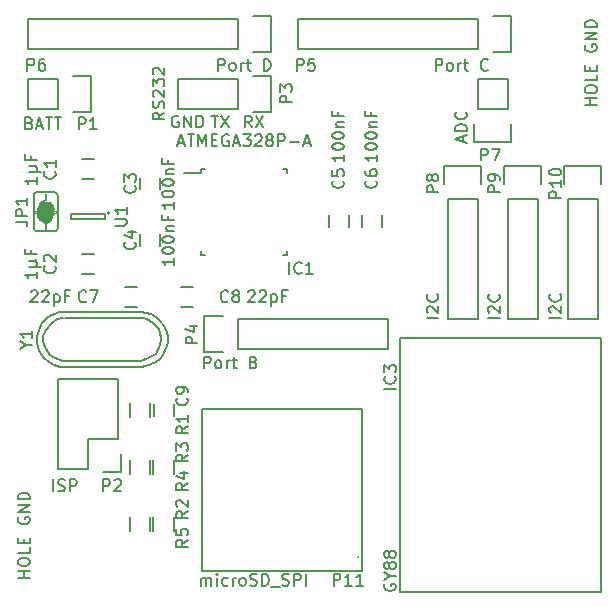
<source format=gto>
G04 #@! TF.FileFunction,Legend,Top*
%FSLAX46Y46*%
G04 Gerber Fmt 4.6, Leading zero omitted, Abs format (unit mm)*
G04 Created by KiCad (PCBNEW 4.0.0-rc1-stable) date Sa 26 Sep 2015 08:23:03 CEST*
%MOMM*%
G01*
G04 APERTURE LIST*
%ADD10C,0.100000*%
%ADD11C,0.150000*%
%ADD12C,0.066040*%
%ADD13C,0.152400*%
%ADD14C,1.270000*%
%ADD15C,0.004445*%
%ADD16C,0.088900*%
G04 APERTURE END LIST*
D10*
D11*
X114038096Y-59500000D02*
X113942858Y-59452381D01*
X113800001Y-59452381D01*
X113657143Y-59500000D01*
X113561905Y-59595238D01*
X113514286Y-59690476D01*
X113466667Y-59880952D01*
X113466667Y-60023810D01*
X113514286Y-60214286D01*
X113561905Y-60309524D01*
X113657143Y-60404762D01*
X113800001Y-60452381D01*
X113895239Y-60452381D01*
X114038096Y-60404762D01*
X114085715Y-60357143D01*
X114085715Y-60023810D01*
X113895239Y-60023810D01*
X114514286Y-60452381D02*
X114514286Y-59452381D01*
X115085715Y-60452381D01*
X115085715Y-59452381D01*
X115561905Y-60452381D02*
X115561905Y-59452381D01*
X115800000Y-59452381D01*
X115942858Y-59500000D01*
X116038096Y-59595238D01*
X116085715Y-59690476D01*
X116133334Y-59880952D01*
X116133334Y-60023810D01*
X116085715Y-60214286D01*
X116038096Y-60309524D01*
X115942858Y-60404762D01*
X115800000Y-60452381D01*
X115561905Y-60452381D01*
X116838095Y-59452381D02*
X117409524Y-59452381D01*
X117123809Y-60452381D02*
X117123809Y-59452381D01*
X117647619Y-59452381D02*
X118314286Y-60452381D01*
X118314286Y-59452381D02*
X117647619Y-60452381D01*
X120233334Y-60452381D02*
X119900000Y-59976190D01*
X119661905Y-60452381D02*
X119661905Y-59452381D01*
X120042858Y-59452381D01*
X120138096Y-59500000D01*
X120185715Y-59547619D01*
X120233334Y-59642857D01*
X120233334Y-59785714D01*
X120185715Y-59880952D01*
X120138096Y-59928571D01*
X120042858Y-59976190D01*
X119661905Y-59976190D01*
X120566667Y-59452381D02*
X121233334Y-60452381D01*
X121233334Y-59452381D02*
X120566667Y-60452381D01*
X132790000Y-99760000D02*
X149790000Y-99760000D01*
X149790000Y-99760000D02*
X149790000Y-78260000D01*
X149790000Y-78260000D02*
X132790000Y-78260000D01*
X132790000Y-78260000D02*
X132790000Y-99760000D01*
X105900000Y-64850000D02*
X106900000Y-64850000D01*
X106900000Y-63150000D02*
X105900000Y-63150000D01*
X105900000Y-72850000D02*
X106900000Y-72850000D01*
X106900000Y-71150000D02*
X105900000Y-71150000D01*
X110750000Y-64700000D02*
X110750000Y-65700000D01*
X112450000Y-65700000D02*
X112450000Y-64700000D01*
X110750000Y-69500000D02*
X110750000Y-70500000D01*
X112450000Y-70500000D02*
X112450000Y-69500000D01*
X126750000Y-67900000D02*
X126750000Y-68900000D01*
X128450000Y-68900000D02*
X128450000Y-67900000D01*
X129550000Y-67900000D02*
X129550000Y-68900000D01*
X131250000Y-68900000D02*
X131250000Y-67900000D01*
X110500000Y-73950000D02*
X109500000Y-73950000D01*
X109500000Y-75650000D02*
X110500000Y-75650000D01*
X114300000Y-75650000D02*
X115300000Y-75650000D01*
X115300000Y-73950000D02*
X114300000Y-73950000D01*
X113650000Y-84900000D02*
X113650000Y-83900000D01*
X111950000Y-83900000D02*
X111950000Y-84900000D01*
X115975000Y-63975000D02*
X115975000Y-64300000D01*
X123225000Y-63975000D02*
X123225000Y-64300000D01*
X123225000Y-71225000D02*
X123225000Y-70900000D01*
X115975000Y-71225000D02*
X115975000Y-70900000D01*
X115975000Y-63975000D02*
X116300000Y-63975000D01*
X115975000Y-71225000D02*
X116300000Y-71225000D01*
X123225000Y-71225000D02*
X122900000Y-71225000D01*
X123225000Y-63975000D02*
X122900000Y-63975000D01*
X115975000Y-64300000D02*
X114550000Y-64300000D01*
D12*
X103714400Y-67676200D02*
X103714400Y-67523800D01*
X103714400Y-67523800D02*
X101885600Y-67523800D01*
X101885600Y-67676200D02*
X101885600Y-67523800D01*
X103714400Y-67676200D02*
X101885600Y-67676200D01*
D13*
X103816000Y-66203000D02*
X103816000Y-68997000D01*
X103562000Y-65949000D02*
X102038000Y-65949000D01*
X103562000Y-69251000D02*
X102038000Y-69251000D01*
X101784000Y-68997000D02*
X101784000Y-66203000D01*
X102800000Y-66584000D02*
X102800000Y-66076000D01*
X102800000Y-68616000D02*
X102800000Y-69124000D01*
X102038000Y-65949000D02*
G75*
G03X101784000Y-66203000I0J-254000D01*
G01*
X101784000Y-68997000D02*
G75*
G03X102038000Y-69251000I254000J0D01*
G01*
X103562000Y-69251000D02*
G75*
G03X103816000Y-68997000I0J254000D01*
G01*
X103816000Y-66203000D02*
G75*
G03X103562000Y-65949000I-254000J0D01*
G01*
D14*
X102673000Y-67854000D02*
G75*
G03X102927000Y-67854000I127000J0D01*
G01*
X102927000Y-67346000D02*
G75*
G03X102673000Y-67346000I-127000J0D01*
G01*
D11*
X103810000Y-58890000D02*
X101270000Y-58890000D01*
X106630000Y-59170000D02*
X105080000Y-59170000D01*
X103810000Y-58890000D02*
X103810000Y-56350000D01*
X105080000Y-56070000D02*
X106630000Y-56070000D01*
X106630000Y-56070000D02*
X106630000Y-59170000D01*
X103810000Y-56350000D02*
X101270000Y-56350000D01*
X101270000Y-56350000D02*
X101270000Y-58890000D01*
X108890000Y-86830000D02*
X108890000Y-81750000D01*
X109170000Y-89650000D02*
X107620000Y-89650000D01*
X106350000Y-89370000D02*
X106350000Y-86830000D01*
X106350000Y-86830000D02*
X108890000Y-86830000D01*
X108890000Y-81750000D02*
X103810000Y-81750000D01*
X103810000Y-81750000D02*
X103810000Y-86830000D01*
X109170000Y-89650000D02*
X109170000Y-88100000D01*
X103810000Y-89370000D02*
X106350000Y-89370000D01*
X103810000Y-86830000D02*
X103810000Y-89370000D01*
X119050000Y-56350000D02*
X113970000Y-56350000D01*
X113970000Y-56350000D02*
X113970000Y-58890000D01*
X113970000Y-58890000D02*
X119050000Y-58890000D01*
X121870000Y-59170000D02*
X120320000Y-59170000D01*
X119050000Y-58890000D02*
X119050000Y-56350000D01*
X120320000Y-56070000D02*
X121870000Y-56070000D01*
X121870000Y-56070000D02*
X121870000Y-59170000D01*
X139370000Y-53810000D02*
X124130000Y-53810000D01*
X124130000Y-53810000D02*
X124130000Y-51270000D01*
X124130000Y-51270000D02*
X139370000Y-51270000D01*
X142190000Y-54090000D02*
X140640000Y-54090000D01*
X139370000Y-53810000D02*
X139370000Y-51270000D01*
X140640000Y-50990000D02*
X142190000Y-50990000D01*
X142190000Y-50990000D02*
X142190000Y-54090000D01*
X119050000Y-53810000D02*
X101270000Y-53810000D01*
X101270000Y-53810000D02*
X101270000Y-51270000D01*
X101270000Y-51270000D02*
X119050000Y-51270000D01*
X121870000Y-54090000D02*
X120320000Y-54090000D01*
X119050000Y-53810000D02*
X119050000Y-51270000D01*
X120320000Y-50990000D02*
X121870000Y-50990000D01*
X121870000Y-50990000D02*
X121870000Y-54090000D01*
X139370000Y-58890000D02*
X139370000Y-56350000D01*
X139090000Y-61710000D02*
X139090000Y-60160000D01*
X139370000Y-58890000D02*
X141910000Y-58890000D01*
X142190000Y-60160000D02*
X142190000Y-61710000D01*
X142190000Y-61710000D02*
X139090000Y-61710000D01*
X141910000Y-58890000D02*
X141910000Y-56350000D01*
X141910000Y-56350000D02*
X139370000Y-56350000D01*
X136550000Y-65240000D02*
X136550000Y-63690000D01*
X136550000Y-63690000D02*
X139650000Y-63690000D01*
X139650000Y-63690000D02*
X139650000Y-65240000D01*
X139370000Y-66510000D02*
X139370000Y-76670000D01*
X139370000Y-76670000D02*
X136830000Y-76670000D01*
X136830000Y-76670000D02*
X136830000Y-66510000D01*
X139370000Y-66510000D02*
X136830000Y-66510000D01*
X141630000Y-65240000D02*
X141630000Y-63690000D01*
X141630000Y-63690000D02*
X144730000Y-63690000D01*
X144730000Y-63690000D02*
X144730000Y-65240000D01*
X144450000Y-66510000D02*
X144450000Y-76670000D01*
X144450000Y-76670000D02*
X141910000Y-76670000D01*
X141910000Y-76670000D02*
X141910000Y-66510000D01*
X144450000Y-66510000D02*
X141910000Y-66510000D01*
X146710000Y-65240000D02*
X146710000Y-63690000D01*
X146710000Y-63690000D02*
X149810000Y-63690000D01*
X149810000Y-63690000D02*
X149810000Y-65240000D01*
X149530000Y-66510000D02*
X149530000Y-76670000D01*
X149530000Y-76670000D02*
X146990000Y-76670000D01*
X146990000Y-76670000D02*
X146990000Y-66510000D01*
X149530000Y-66510000D02*
X146990000Y-66510000D01*
X116000000Y-98000000D02*
X129600000Y-98000000D01*
X116000000Y-98000000D02*
X116000000Y-84300000D01*
X116000000Y-84300000D02*
X129600000Y-84300000D01*
X129600000Y-84300000D02*
X129600000Y-98000000D01*
X111675000Y-83800000D02*
X111675000Y-85000000D01*
X109925000Y-85000000D02*
X109925000Y-83800000D01*
X111925000Y-94600000D02*
X111925000Y-93400000D01*
X113675000Y-93400000D02*
X113675000Y-94600000D01*
X111925000Y-89800000D02*
X111925000Y-88600000D01*
X113675000Y-88600000D02*
X113675000Y-89800000D01*
X109925000Y-89800000D02*
X109925000Y-88600000D01*
X111675000Y-88600000D02*
X111675000Y-89800000D01*
X109925000Y-94600000D02*
X109925000Y-93400000D01*
X111675000Y-93400000D02*
X111675000Y-94600000D01*
X108200000Y-67700000D02*
G75*
G03X108200000Y-67700000I-100000J0D01*
G01*
X107850000Y-68250000D02*
X107850000Y-67750000D01*
X104950000Y-68250000D02*
X107850000Y-68250000D01*
X104950000Y-67750000D02*
X104950000Y-68250000D01*
X107850000Y-67750000D02*
X104950000Y-67750000D01*
X112299000Y-77399240D02*
X112499660Y-77800560D01*
X112499660Y-77800560D02*
X112601260Y-78400000D01*
X112601260Y-78400000D02*
X112499660Y-78900380D01*
X112499660Y-78900380D02*
X112100880Y-79598880D01*
X112100880Y-79598880D02*
X111498900Y-80000200D01*
X111498900Y-80000200D02*
X110899460Y-80200860D01*
X110899460Y-80200860D02*
X104300540Y-80200860D01*
X104300540Y-80200860D02*
X103599500Y-80000200D01*
X103599500Y-80000200D02*
X103200720Y-79700480D01*
X103200720Y-79700480D02*
X102799400Y-79200100D01*
X102799400Y-79200100D02*
X102598740Y-78600660D01*
X102598740Y-78600660D02*
X102598740Y-78100280D01*
X102598740Y-78100280D02*
X102799400Y-77599900D01*
X102799400Y-77599900D02*
X103299780Y-77000460D01*
X103299780Y-77000460D02*
X103800160Y-76700740D01*
X103800160Y-76700740D02*
X104300540Y-76599140D01*
X104399600Y-76599140D02*
X111001060Y-76599140D01*
X111001060Y-76599140D02*
X111399840Y-76700740D01*
X111399840Y-76700740D02*
X111900220Y-77000460D01*
X111900220Y-77000460D02*
X112400600Y-77500840D01*
X104409760Y-76070820D02*
X103950020Y-76119080D01*
X103950020Y-76119080D02*
X103551240Y-76230840D01*
X103551240Y-76230840D02*
X103119440Y-76449280D01*
X103119440Y-76449280D02*
X102829880Y-76680420D01*
X102829880Y-76680420D02*
X102499680Y-77030940D01*
X102499680Y-77030940D02*
X102210120Y-77569420D01*
X102210120Y-77569420D02*
X102080580Y-78168860D01*
X102080580Y-78168860D02*
X102080580Y-78679400D01*
X102080580Y-78679400D02*
X102250760Y-79380440D01*
X102250760Y-79380440D02*
X102649540Y-79969720D01*
X102649540Y-79969720D02*
X103109280Y-80340560D01*
X103109280Y-80340560D02*
X103530920Y-80548840D01*
X103530920Y-80548840D02*
X103980500Y-80708860D01*
X103980500Y-80708860D02*
X104419920Y-80739340D01*
X111760520Y-80520900D02*
X112138980Y-80299920D01*
X112138980Y-80299920D02*
X112459020Y-80020520D01*
X112459020Y-80020520D02*
X112710480Y-79690320D01*
X112710480Y-79690320D02*
X113010200Y-79139140D01*
X113010200Y-79139140D02*
X113119420Y-78669240D01*
X113119420Y-78669240D02*
X113139740Y-78209500D01*
X113139740Y-78209500D02*
X113050840Y-77749760D01*
X113050840Y-77749760D02*
X112860340Y-77300180D01*
X112860340Y-77300180D02*
X112499660Y-76830280D01*
X112499660Y-76830280D02*
X112149140Y-76510240D01*
X112149140Y-76510240D02*
X111760520Y-76279100D01*
X111760520Y-76279100D02*
X111331260Y-76139400D01*
X111331260Y-76139400D02*
X110889300Y-76070820D01*
X104399600Y-80729180D02*
X110851200Y-80729180D01*
X110851200Y-80729180D02*
X111270300Y-80691080D01*
X111270300Y-80691080D02*
X111760520Y-80520900D01*
X104399600Y-76070820D02*
X110851200Y-76070820D01*
X119050000Y-76670000D02*
X131750000Y-76670000D01*
X131750000Y-76670000D02*
X131750000Y-79210000D01*
X131750000Y-79210000D02*
X119050000Y-79210000D01*
X116230000Y-76390000D02*
X117780000Y-76390000D01*
X119050000Y-76670000D02*
X119050000Y-79210000D01*
X117780000Y-79490000D02*
X116230000Y-79490000D01*
X116230000Y-79490000D02*
X116230000Y-76390000D01*
X132452381Y-82576190D02*
X131452381Y-82576190D01*
X132357143Y-81528571D02*
X132404762Y-81576190D01*
X132452381Y-81719047D01*
X132452381Y-81814285D01*
X132404762Y-81957143D01*
X132309524Y-82052381D01*
X132214286Y-82100000D01*
X132023810Y-82147619D01*
X131880952Y-82147619D01*
X131690476Y-82100000D01*
X131595238Y-82052381D01*
X131500000Y-81957143D01*
X131452381Y-81814285D01*
X131452381Y-81719047D01*
X131500000Y-81576190D01*
X131547619Y-81528571D01*
X131452381Y-81195238D02*
X131452381Y-80576190D01*
X131833333Y-80909524D01*
X131833333Y-80766666D01*
X131880952Y-80671428D01*
X131928571Y-80623809D01*
X132023810Y-80576190D01*
X132261905Y-80576190D01*
X132357143Y-80623809D01*
X132404762Y-80671428D01*
X132452381Y-80766666D01*
X132452381Y-81052381D01*
X132404762Y-81147619D01*
X132357143Y-81195238D01*
X131500000Y-99119047D02*
X131452381Y-99214285D01*
X131452381Y-99357142D01*
X131500000Y-99500000D01*
X131595238Y-99595238D01*
X131690476Y-99642857D01*
X131880952Y-99690476D01*
X132023810Y-99690476D01*
X132214286Y-99642857D01*
X132309524Y-99595238D01*
X132404762Y-99500000D01*
X132452381Y-99357142D01*
X132452381Y-99261904D01*
X132404762Y-99119047D01*
X132357143Y-99071428D01*
X132023810Y-99071428D01*
X132023810Y-99261904D01*
X131976190Y-98452381D02*
X132452381Y-98452381D01*
X131452381Y-98785714D02*
X131976190Y-98452381D01*
X131452381Y-98119047D01*
X131880952Y-97642857D02*
X131833333Y-97738095D01*
X131785714Y-97785714D01*
X131690476Y-97833333D01*
X131642857Y-97833333D01*
X131547619Y-97785714D01*
X131500000Y-97738095D01*
X131452381Y-97642857D01*
X131452381Y-97452380D01*
X131500000Y-97357142D01*
X131547619Y-97309523D01*
X131642857Y-97261904D01*
X131690476Y-97261904D01*
X131785714Y-97309523D01*
X131833333Y-97357142D01*
X131880952Y-97452380D01*
X131880952Y-97642857D01*
X131928571Y-97738095D01*
X131976190Y-97785714D01*
X132071429Y-97833333D01*
X132261905Y-97833333D01*
X132357143Y-97785714D01*
X132404762Y-97738095D01*
X132452381Y-97642857D01*
X132452381Y-97452380D01*
X132404762Y-97357142D01*
X132357143Y-97309523D01*
X132261905Y-97261904D01*
X132071429Y-97261904D01*
X131976190Y-97309523D01*
X131928571Y-97357142D01*
X131880952Y-97452380D01*
X131880952Y-96690476D02*
X131833333Y-96785714D01*
X131785714Y-96833333D01*
X131690476Y-96880952D01*
X131642857Y-96880952D01*
X131547619Y-96833333D01*
X131500000Y-96785714D01*
X131452381Y-96690476D01*
X131452381Y-96499999D01*
X131500000Y-96404761D01*
X131547619Y-96357142D01*
X131642857Y-96309523D01*
X131690476Y-96309523D01*
X131785714Y-96357142D01*
X131833333Y-96404761D01*
X131880952Y-96499999D01*
X131880952Y-96690476D01*
X131928571Y-96785714D01*
X131976190Y-96833333D01*
X132071429Y-96880952D01*
X132261905Y-96880952D01*
X132357143Y-96833333D01*
X132404762Y-96785714D01*
X132452381Y-96690476D01*
X132452381Y-96499999D01*
X132404762Y-96404761D01*
X132357143Y-96357142D01*
X132261905Y-96309523D01*
X132071429Y-96309523D01*
X131976190Y-96357142D01*
X131928571Y-96404761D01*
X131880952Y-96499999D01*
X103557143Y-64166666D02*
X103604762Y-64214285D01*
X103652381Y-64357142D01*
X103652381Y-64452380D01*
X103604762Y-64595238D01*
X103509524Y-64690476D01*
X103414286Y-64738095D01*
X103223810Y-64785714D01*
X103080952Y-64785714D01*
X102890476Y-64738095D01*
X102795238Y-64690476D01*
X102700000Y-64595238D01*
X102652381Y-64452380D01*
X102652381Y-64357142D01*
X102700000Y-64214285D01*
X102747619Y-64166666D01*
X103652381Y-63214285D02*
X103652381Y-63785714D01*
X103652381Y-63500000D02*
X102652381Y-63500000D01*
X102795238Y-63595238D01*
X102890476Y-63690476D01*
X102938095Y-63785714D01*
X102052381Y-64666666D02*
X102052381Y-65238095D01*
X102052381Y-64952381D02*
X101052381Y-64952381D01*
X101195238Y-65047619D01*
X101290476Y-65142857D01*
X101338095Y-65238095D01*
X101385714Y-64238095D02*
X102385714Y-64238095D01*
X101909524Y-63761904D02*
X102004762Y-63714285D01*
X102052381Y-63619047D01*
X101909524Y-64238095D02*
X102004762Y-64190476D01*
X102052381Y-64095238D01*
X102052381Y-63904761D01*
X102004762Y-63809523D01*
X101909524Y-63761904D01*
X101385714Y-63761904D01*
X101528571Y-62857142D02*
X101528571Y-63190476D01*
X102052381Y-63190476D02*
X101052381Y-63190476D01*
X101052381Y-62714285D01*
X103557143Y-72166666D02*
X103604762Y-72214285D01*
X103652381Y-72357142D01*
X103652381Y-72452380D01*
X103604762Y-72595238D01*
X103509524Y-72690476D01*
X103414286Y-72738095D01*
X103223810Y-72785714D01*
X103080952Y-72785714D01*
X102890476Y-72738095D01*
X102795238Y-72690476D01*
X102700000Y-72595238D01*
X102652381Y-72452380D01*
X102652381Y-72357142D01*
X102700000Y-72214285D01*
X102747619Y-72166666D01*
X102747619Y-71785714D02*
X102700000Y-71738095D01*
X102652381Y-71642857D01*
X102652381Y-71404761D01*
X102700000Y-71309523D01*
X102747619Y-71261904D01*
X102842857Y-71214285D01*
X102938095Y-71214285D01*
X103080952Y-71261904D01*
X103652381Y-71833333D01*
X103652381Y-71214285D01*
X102052381Y-72666666D02*
X102052381Y-73238095D01*
X102052381Y-72952381D02*
X101052381Y-72952381D01*
X101195238Y-73047619D01*
X101290476Y-73142857D01*
X101338095Y-73238095D01*
X101385714Y-72238095D02*
X102385714Y-72238095D01*
X101909524Y-71761904D02*
X102004762Y-71714285D01*
X102052381Y-71619047D01*
X101909524Y-72238095D02*
X102004762Y-72190476D01*
X102052381Y-72095238D01*
X102052381Y-71904761D01*
X102004762Y-71809523D01*
X101909524Y-71761904D01*
X101385714Y-71761904D01*
X101528571Y-70857142D02*
X101528571Y-71190476D01*
X102052381Y-71190476D02*
X101052381Y-71190476D01*
X101052381Y-70714285D01*
X110357143Y-65366666D02*
X110404762Y-65414285D01*
X110452381Y-65557142D01*
X110452381Y-65652380D01*
X110404762Y-65795238D01*
X110309524Y-65890476D01*
X110214286Y-65938095D01*
X110023810Y-65985714D01*
X109880952Y-65985714D01*
X109690476Y-65938095D01*
X109595238Y-65890476D01*
X109500000Y-65795238D01*
X109452381Y-65652380D01*
X109452381Y-65557142D01*
X109500000Y-65414285D01*
X109547619Y-65366666D01*
X109452381Y-65033333D02*
X109452381Y-64414285D01*
X109833333Y-64747619D01*
X109833333Y-64604761D01*
X109880952Y-64509523D01*
X109928571Y-64461904D01*
X110023810Y-64414285D01*
X110261905Y-64414285D01*
X110357143Y-64461904D01*
X110404762Y-64509523D01*
X110452381Y-64604761D01*
X110452381Y-64890476D01*
X110404762Y-64985714D01*
X110357143Y-65033333D01*
X113652381Y-66747619D02*
X113652381Y-67319048D01*
X113652381Y-67033334D02*
X112652381Y-67033334D01*
X112795238Y-67128572D01*
X112890476Y-67223810D01*
X112938095Y-67319048D01*
X112652381Y-66128572D02*
X112652381Y-66033333D01*
X112700000Y-65938095D01*
X112747619Y-65890476D01*
X112842857Y-65842857D01*
X113033333Y-65795238D01*
X113271429Y-65795238D01*
X113461905Y-65842857D01*
X113557143Y-65890476D01*
X113604762Y-65938095D01*
X113652381Y-66033333D01*
X113652381Y-66128572D01*
X113604762Y-66223810D01*
X113557143Y-66271429D01*
X113461905Y-66319048D01*
X113271429Y-66366667D01*
X113033333Y-66366667D01*
X112842857Y-66319048D01*
X112747619Y-66271429D01*
X112700000Y-66223810D01*
X112652381Y-66128572D01*
X112652381Y-65176191D02*
X112652381Y-65080952D01*
X112700000Y-64985714D01*
X112747619Y-64938095D01*
X112842857Y-64890476D01*
X113033333Y-64842857D01*
X113271429Y-64842857D01*
X113461905Y-64890476D01*
X113557143Y-64938095D01*
X113604762Y-64985714D01*
X113652381Y-65080952D01*
X113652381Y-65176191D01*
X113604762Y-65271429D01*
X113557143Y-65319048D01*
X113461905Y-65366667D01*
X113271429Y-65414286D01*
X113033333Y-65414286D01*
X112842857Y-65366667D01*
X112747619Y-65319048D01*
X112700000Y-65271429D01*
X112652381Y-65176191D01*
X112985714Y-64414286D02*
X113652381Y-64414286D01*
X113080952Y-64414286D02*
X113033333Y-64366667D01*
X112985714Y-64271429D01*
X112985714Y-64128571D01*
X113033333Y-64033333D01*
X113128571Y-63985714D01*
X113652381Y-63985714D01*
X113128571Y-63176190D02*
X113128571Y-63509524D01*
X113652381Y-63509524D02*
X112652381Y-63509524D01*
X112652381Y-63033333D01*
X110357143Y-70166666D02*
X110404762Y-70214285D01*
X110452381Y-70357142D01*
X110452381Y-70452380D01*
X110404762Y-70595238D01*
X110309524Y-70690476D01*
X110214286Y-70738095D01*
X110023810Y-70785714D01*
X109880952Y-70785714D01*
X109690476Y-70738095D01*
X109595238Y-70690476D01*
X109500000Y-70595238D01*
X109452381Y-70452380D01*
X109452381Y-70357142D01*
X109500000Y-70214285D01*
X109547619Y-70166666D01*
X109785714Y-69309523D02*
X110452381Y-69309523D01*
X109404762Y-69547619D02*
X110119048Y-69785714D01*
X110119048Y-69166666D01*
X113652381Y-71547619D02*
X113652381Y-72119048D01*
X113652381Y-71833334D02*
X112652381Y-71833334D01*
X112795238Y-71928572D01*
X112890476Y-72023810D01*
X112938095Y-72119048D01*
X112652381Y-70928572D02*
X112652381Y-70833333D01*
X112700000Y-70738095D01*
X112747619Y-70690476D01*
X112842857Y-70642857D01*
X113033333Y-70595238D01*
X113271429Y-70595238D01*
X113461905Y-70642857D01*
X113557143Y-70690476D01*
X113604762Y-70738095D01*
X113652381Y-70833333D01*
X113652381Y-70928572D01*
X113604762Y-71023810D01*
X113557143Y-71071429D01*
X113461905Y-71119048D01*
X113271429Y-71166667D01*
X113033333Y-71166667D01*
X112842857Y-71119048D01*
X112747619Y-71071429D01*
X112700000Y-71023810D01*
X112652381Y-70928572D01*
X112652381Y-69976191D02*
X112652381Y-69880952D01*
X112700000Y-69785714D01*
X112747619Y-69738095D01*
X112842857Y-69690476D01*
X113033333Y-69642857D01*
X113271429Y-69642857D01*
X113461905Y-69690476D01*
X113557143Y-69738095D01*
X113604762Y-69785714D01*
X113652381Y-69880952D01*
X113652381Y-69976191D01*
X113604762Y-70071429D01*
X113557143Y-70119048D01*
X113461905Y-70166667D01*
X113271429Y-70214286D01*
X113033333Y-70214286D01*
X112842857Y-70166667D01*
X112747619Y-70119048D01*
X112700000Y-70071429D01*
X112652381Y-69976191D01*
X112985714Y-69214286D02*
X113652381Y-69214286D01*
X113080952Y-69214286D02*
X113033333Y-69166667D01*
X112985714Y-69071429D01*
X112985714Y-68928571D01*
X113033333Y-68833333D01*
X113128571Y-68785714D01*
X113652381Y-68785714D01*
X113128571Y-67976190D02*
X113128571Y-68309524D01*
X113652381Y-68309524D02*
X112652381Y-68309524D01*
X112652381Y-67833333D01*
X127957143Y-64966666D02*
X128004762Y-65014285D01*
X128052381Y-65157142D01*
X128052381Y-65252380D01*
X128004762Y-65395238D01*
X127909524Y-65490476D01*
X127814286Y-65538095D01*
X127623810Y-65585714D01*
X127480952Y-65585714D01*
X127290476Y-65538095D01*
X127195238Y-65490476D01*
X127100000Y-65395238D01*
X127052381Y-65252380D01*
X127052381Y-65157142D01*
X127100000Y-65014285D01*
X127147619Y-64966666D01*
X127052381Y-64061904D02*
X127052381Y-64538095D01*
X127528571Y-64585714D01*
X127480952Y-64538095D01*
X127433333Y-64442857D01*
X127433333Y-64204761D01*
X127480952Y-64109523D01*
X127528571Y-64061904D01*
X127623810Y-64014285D01*
X127861905Y-64014285D01*
X127957143Y-64061904D01*
X128004762Y-64109523D01*
X128052381Y-64204761D01*
X128052381Y-64442857D01*
X128004762Y-64538095D01*
X127957143Y-64585714D01*
X128052381Y-62747619D02*
X128052381Y-63319048D01*
X128052381Y-63033334D02*
X127052381Y-63033334D01*
X127195238Y-63128572D01*
X127290476Y-63223810D01*
X127338095Y-63319048D01*
X127052381Y-62128572D02*
X127052381Y-62033333D01*
X127100000Y-61938095D01*
X127147619Y-61890476D01*
X127242857Y-61842857D01*
X127433333Y-61795238D01*
X127671429Y-61795238D01*
X127861905Y-61842857D01*
X127957143Y-61890476D01*
X128004762Y-61938095D01*
X128052381Y-62033333D01*
X128052381Y-62128572D01*
X128004762Y-62223810D01*
X127957143Y-62271429D01*
X127861905Y-62319048D01*
X127671429Y-62366667D01*
X127433333Y-62366667D01*
X127242857Y-62319048D01*
X127147619Y-62271429D01*
X127100000Y-62223810D01*
X127052381Y-62128572D01*
X127052381Y-61176191D02*
X127052381Y-61080952D01*
X127100000Y-60985714D01*
X127147619Y-60938095D01*
X127242857Y-60890476D01*
X127433333Y-60842857D01*
X127671429Y-60842857D01*
X127861905Y-60890476D01*
X127957143Y-60938095D01*
X128004762Y-60985714D01*
X128052381Y-61080952D01*
X128052381Y-61176191D01*
X128004762Y-61271429D01*
X127957143Y-61319048D01*
X127861905Y-61366667D01*
X127671429Y-61414286D01*
X127433333Y-61414286D01*
X127242857Y-61366667D01*
X127147619Y-61319048D01*
X127100000Y-61271429D01*
X127052381Y-61176191D01*
X127385714Y-60414286D02*
X128052381Y-60414286D01*
X127480952Y-60414286D02*
X127433333Y-60366667D01*
X127385714Y-60271429D01*
X127385714Y-60128571D01*
X127433333Y-60033333D01*
X127528571Y-59985714D01*
X128052381Y-59985714D01*
X127528571Y-59176190D02*
X127528571Y-59509524D01*
X128052381Y-59509524D02*
X127052381Y-59509524D01*
X127052381Y-59033333D01*
X130757143Y-64966666D02*
X130804762Y-65014285D01*
X130852381Y-65157142D01*
X130852381Y-65252380D01*
X130804762Y-65395238D01*
X130709524Y-65490476D01*
X130614286Y-65538095D01*
X130423810Y-65585714D01*
X130280952Y-65585714D01*
X130090476Y-65538095D01*
X129995238Y-65490476D01*
X129900000Y-65395238D01*
X129852381Y-65252380D01*
X129852381Y-65157142D01*
X129900000Y-65014285D01*
X129947619Y-64966666D01*
X129852381Y-64109523D02*
X129852381Y-64300000D01*
X129900000Y-64395238D01*
X129947619Y-64442857D01*
X130090476Y-64538095D01*
X130280952Y-64585714D01*
X130661905Y-64585714D01*
X130757143Y-64538095D01*
X130804762Y-64490476D01*
X130852381Y-64395238D01*
X130852381Y-64204761D01*
X130804762Y-64109523D01*
X130757143Y-64061904D01*
X130661905Y-64014285D01*
X130423810Y-64014285D01*
X130328571Y-64061904D01*
X130280952Y-64109523D01*
X130233333Y-64204761D01*
X130233333Y-64395238D01*
X130280952Y-64490476D01*
X130328571Y-64538095D01*
X130423810Y-64585714D01*
X130852381Y-62747619D02*
X130852381Y-63319048D01*
X130852381Y-63033334D02*
X129852381Y-63033334D01*
X129995238Y-63128572D01*
X130090476Y-63223810D01*
X130138095Y-63319048D01*
X129852381Y-62128572D02*
X129852381Y-62033333D01*
X129900000Y-61938095D01*
X129947619Y-61890476D01*
X130042857Y-61842857D01*
X130233333Y-61795238D01*
X130471429Y-61795238D01*
X130661905Y-61842857D01*
X130757143Y-61890476D01*
X130804762Y-61938095D01*
X130852381Y-62033333D01*
X130852381Y-62128572D01*
X130804762Y-62223810D01*
X130757143Y-62271429D01*
X130661905Y-62319048D01*
X130471429Y-62366667D01*
X130233333Y-62366667D01*
X130042857Y-62319048D01*
X129947619Y-62271429D01*
X129900000Y-62223810D01*
X129852381Y-62128572D01*
X129852381Y-61176191D02*
X129852381Y-61080952D01*
X129900000Y-60985714D01*
X129947619Y-60938095D01*
X130042857Y-60890476D01*
X130233333Y-60842857D01*
X130471429Y-60842857D01*
X130661905Y-60890476D01*
X130757143Y-60938095D01*
X130804762Y-60985714D01*
X130852381Y-61080952D01*
X130852381Y-61176191D01*
X130804762Y-61271429D01*
X130757143Y-61319048D01*
X130661905Y-61366667D01*
X130471429Y-61414286D01*
X130233333Y-61414286D01*
X130042857Y-61366667D01*
X129947619Y-61319048D01*
X129900000Y-61271429D01*
X129852381Y-61176191D01*
X130185714Y-60414286D02*
X130852381Y-60414286D01*
X130280952Y-60414286D02*
X130233333Y-60366667D01*
X130185714Y-60271429D01*
X130185714Y-60128571D01*
X130233333Y-60033333D01*
X130328571Y-59985714D01*
X130852381Y-59985714D01*
X130328571Y-59176190D02*
X130328571Y-59509524D01*
X130852381Y-59509524D02*
X129852381Y-59509524D01*
X129852381Y-59033333D01*
X106233334Y-75157143D02*
X106185715Y-75204762D01*
X106042858Y-75252381D01*
X105947620Y-75252381D01*
X105804762Y-75204762D01*
X105709524Y-75109524D01*
X105661905Y-75014286D01*
X105614286Y-74823810D01*
X105614286Y-74680952D01*
X105661905Y-74490476D01*
X105709524Y-74395238D01*
X105804762Y-74300000D01*
X105947620Y-74252381D01*
X106042858Y-74252381D01*
X106185715Y-74300000D01*
X106233334Y-74347619D01*
X106566667Y-74252381D02*
X107233334Y-74252381D01*
X106804762Y-75252381D01*
X101557143Y-74347619D02*
X101604762Y-74300000D01*
X101700000Y-74252381D01*
X101938096Y-74252381D01*
X102033334Y-74300000D01*
X102080953Y-74347619D01*
X102128572Y-74442857D01*
X102128572Y-74538095D01*
X102080953Y-74680952D01*
X101509524Y-75252381D01*
X102128572Y-75252381D01*
X102509524Y-74347619D02*
X102557143Y-74300000D01*
X102652381Y-74252381D01*
X102890477Y-74252381D01*
X102985715Y-74300000D01*
X103033334Y-74347619D01*
X103080953Y-74442857D01*
X103080953Y-74538095D01*
X103033334Y-74680952D01*
X102461905Y-75252381D01*
X103080953Y-75252381D01*
X103509524Y-74585714D02*
X103509524Y-75585714D01*
X103509524Y-74633333D02*
X103604762Y-74585714D01*
X103795239Y-74585714D01*
X103890477Y-74633333D01*
X103938096Y-74680952D01*
X103985715Y-74776190D01*
X103985715Y-75061905D01*
X103938096Y-75157143D01*
X103890477Y-75204762D01*
X103795239Y-75252381D01*
X103604762Y-75252381D01*
X103509524Y-75204762D01*
X104747620Y-74728571D02*
X104414286Y-74728571D01*
X104414286Y-75252381D02*
X104414286Y-74252381D01*
X104890477Y-74252381D01*
X118233334Y-75157143D02*
X118185715Y-75204762D01*
X118042858Y-75252381D01*
X117947620Y-75252381D01*
X117804762Y-75204762D01*
X117709524Y-75109524D01*
X117661905Y-75014286D01*
X117614286Y-74823810D01*
X117614286Y-74680952D01*
X117661905Y-74490476D01*
X117709524Y-74395238D01*
X117804762Y-74300000D01*
X117947620Y-74252381D01*
X118042858Y-74252381D01*
X118185715Y-74300000D01*
X118233334Y-74347619D01*
X118804762Y-74680952D02*
X118709524Y-74633333D01*
X118661905Y-74585714D01*
X118614286Y-74490476D01*
X118614286Y-74442857D01*
X118661905Y-74347619D01*
X118709524Y-74300000D01*
X118804762Y-74252381D01*
X118995239Y-74252381D01*
X119090477Y-74300000D01*
X119138096Y-74347619D01*
X119185715Y-74442857D01*
X119185715Y-74490476D01*
X119138096Y-74585714D01*
X119090477Y-74633333D01*
X118995239Y-74680952D01*
X118804762Y-74680952D01*
X118709524Y-74728571D01*
X118661905Y-74776190D01*
X118614286Y-74871429D01*
X118614286Y-75061905D01*
X118661905Y-75157143D01*
X118709524Y-75204762D01*
X118804762Y-75252381D01*
X118995239Y-75252381D01*
X119090477Y-75204762D01*
X119138096Y-75157143D01*
X119185715Y-75061905D01*
X119185715Y-74871429D01*
X119138096Y-74776190D01*
X119090477Y-74728571D01*
X118995239Y-74680952D01*
X119957143Y-74347619D02*
X120004762Y-74300000D01*
X120100000Y-74252381D01*
X120338096Y-74252381D01*
X120433334Y-74300000D01*
X120480953Y-74347619D01*
X120528572Y-74442857D01*
X120528572Y-74538095D01*
X120480953Y-74680952D01*
X119909524Y-75252381D01*
X120528572Y-75252381D01*
X120909524Y-74347619D02*
X120957143Y-74300000D01*
X121052381Y-74252381D01*
X121290477Y-74252381D01*
X121385715Y-74300000D01*
X121433334Y-74347619D01*
X121480953Y-74442857D01*
X121480953Y-74538095D01*
X121433334Y-74680952D01*
X120861905Y-75252381D01*
X121480953Y-75252381D01*
X121909524Y-74585714D02*
X121909524Y-75585714D01*
X121909524Y-74633333D02*
X122004762Y-74585714D01*
X122195239Y-74585714D01*
X122290477Y-74633333D01*
X122338096Y-74680952D01*
X122385715Y-74776190D01*
X122385715Y-75061905D01*
X122338096Y-75157143D01*
X122290477Y-75204762D01*
X122195239Y-75252381D01*
X122004762Y-75252381D01*
X121909524Y-75204762D01*
X123147620Y-74728571D02*
X122814286Y-74728571D01*
X122814286Y-75252381D02*
X122814286Y-74252381D01*
X123290477Y-74252381D01*
X114757143Y-83366666D02*
X114804762Y-83414285D01*
X114852381Y-83557142D01*
X114852381Y-83652380D01*
X114804762Y-83795238D01*
X114709524Y-83890476D01*
X114614286Y-83938095D01*
X114423810Y-83985714D01*
X114280952Y-83985714D01*
X114090476Y-83938095D01*
X113995238Y-83890476D01*
X113900000Y-83795238D01*
X113852381Y-83652380D01*
X113852381Y-83557142D01*
X113900000Y-83414285D01*
X113947619Y-83366666D01*
X114852381Y-82890476D02*
X114852381Y-82700000D01*
X114804762Y-82604761D01*
X114757143Y-82557142D01*
X114614286Y-82461904D01*
X114423810Y-82414285D01*
X114042857Y-82414285D01*
X113947619Y-82461904D01*
X113900000Y-82509523D01*
X113852381Y-82604761D01*
X113852381Y-82795238D01*
X113900000Y-82890476D01*
X113947619Y-82938095D01*
X114042857Y-82985714D01*
X114280952Y-82985714D01*
X114376190Y-82938095D01*
X114423810Y-82890476D01*
X114471429Y-82795238D01*
X114471429Y-82604761D01*
X114423810Y-82509523D01*
X114376190Y-82461904D01*
X114280952Y-82414285D01*
X123423810Y-72852381D02*
X123423810Y-71852381D01*
X124471429Y-72757143D02*
X124423810Y-72804762D01*
X124280953Y-72852381D01*
X124185715Y-72852381D01*
X124042857Y-72804762D01*
X123947619Y-72709524D01*
X123900000Y-72614286D01*
X123852381Y-72423810D01*
X123852381Y-72280952D01*
X123900000Y-72090476D01*
X123947619Y-71995238D01*
X124042857Y-71900000D01*
X124185715Y-71852381D01*
X124280953Y-71852381D01*
X124423810Y-71900000D01*
X124471429Y-71947619D01*
X125423810Y-72852381D02*
X124852381Y-72852381D01*
X125138095Y-72852381D02*
X125138095Y-71852381D01*
X125042857Y-71995238D01*
X124947619Y-72090476D01*
X124852381Y-72138095D01*
X114052381Y-61766667D02*
X114528572Y-61766667D01*
X113957143Y-62052381D02*
X114290476Y-61052381D01*
X114623810Y-62052381D01*
X114814286Y-61052381D02*
X115385715Y-61052381D01*
X115100000Y-62052381D02*
X115100000Y-61052381D01*
X115719048Y-62052381D02*
X115719048Y-61052381D01*
X116052382Y-61766667D01*
X116385715Y-61052381D01*
X116385715Y-62052381D01*
X116861905Y-61528571D02*
X117195239Y-61528571D01*
X117338096Y-62052381D02*
X116861905Y-62052381D01*
X116861905Y-61052381D01*
X117338096Y-61052381D01*
X118290477Y-61100000D02*
X118195239Y-61052381D01*
X118052382Y-61052381D01*
X117909524Y-61100000D01*
X117814286Y-61195238D01*
X117766667Y-61290476D01*
X117719048Y-61480952D01*
X117719048Y-61623810D01*
X117766667Y-61814286D01*
X117814286Y-61909524D01*
X117909524Y-62004762D01*
X118052382Y-62052381D01*
X118147620Y-62052381D01*
X118290477Y-62004762D01*
X118338096Y-61957143D01*
X118338096Y-61623810D01*
X118147620Y-61623810D01*
X118719048Y-61766667D02*
X119195239Y-61766667D01*
X118623810Y-62052381D02*
X118957143Y-61052381D01*
X119290477Y-62052381D01*
X119528572Y-61052381D02*
X120147620Y-61052381D01*
X119814286Y-61433333D01*
X119957144Y-61433333D01*
X120052382Y-61480952D01*
X120100001Y-61528571D01*
X120147620Y-61623810D01*
X120147620Y-61861905D01*
X120100001Y-61957143D01*
X120052382Y-62004762D01*
X119957144Y-62052381D01*
X119671429Y-62052381D01*
X119576191Y-62004762D01*
X119528572Y-61957143D01*
X120528572Y-61147619D02*
X120576191Y-61100000D01*
X120671429Y-61052381D01*
X120909525Y-61052381D01*
X121004763Y-61100000D01*
X121052382Y-61147619D01*
X121100001Y-61242857D01*
X121100001Y-61338095D01*
X121052382Y-61480952D01*
X120480953Y-62052381D01*
X121100001Y-62052381D01*
X121671429Y-61480952D02*
X121576191Y-61433333D01*
X121528572Y-61385714D01*
X121480953Y-61290476D01*
X121480953Y-61242857D01*
X121528572Y-61147619D01*
X121576191Y-61100000D01*
X121671429Y-61052381D01*
X121861906Y-61052381D01*
X121957144Y-61100000D01*
X122004763Y-61147619D01*
X122052382Y-61242857D01*
X122052382Y-61290476D01*
X122004763Y-61385714D01*
X121957144Y-61433333D01*
X121861906Y-61480952D01*
X121671429Y-61480952D01*
X121576191Y-61528571D01*
X121528572Y-61576190D01*
X121480953Y-61671429D01*
X121480953Y-61861905D01*
X121528572Y-61957143D01*
X121576191Y-62004762D01*
X121671429Y-62052381D01*
X121861906Y-62052381D01*
X121957144Y-62004762D01*
X122004763Y-61957143D01*
X122052382Y-61861905D01*
X122052382Y-61671429D01*
X122004763Y-61576190D01*
X121957144Y-61528571D01*
X121861906Y-61480952D01*
X122480953Y-62052381D02*
X122480953Y-61052381D01*
X122861906Y-61052381D01*
X122957144Y-61100000D01*
X123004763Y-61147619D01*
X123052382Y-61242857D01*
X123052382Y-61385714D01*
X123004763Y-61480952D01*
X122957144Y-61528571D01*
X122861906Y-61576190D01*
X122480953Y-61576190D01*
X123480953Y-61671429D02*
X124242858Y-61671429D01*
X124671429Y-61766667D02*
X125147620Y-61766667D01*
X124576191Y-62052381D02*
X124909524Y-61052381D01*
X125242858Y-62052381D01*
X100252381Y-68433333D02*
X100966667Y-68433333D01*
X101109524Y-68480953D01*
X101204762Y-68576191D01*
X101252381Y-68719048D01*
X101252381Y-68814286D01*
X101252381Y-67957143D02*
X100252381Y-67957143D01*
X100252381Y-67576190D01*
X100300000Y-67480952D01*
X100347619Y-67433333D01*
X100442857Y-67385714D01*
X100585714Y-67385714D01*
X100680952Y-67433333D01*
X100728571Y-67480952D01*
X100776190Y-67576190D01*
X100776190Y-67957143D01*
X101252381Y-66433333D02*
X101252381Y-67004762D01*
X101252381Y-66719048D02*
X100252381Y-66719048D01*
X100395238Y-66814286D01*
X100490476Y-66909524D01*
X100538095Y-67004762D01*
D15*
X129211007Y-96783490D02*
X129209313Y-96782643D01*
X129206773Y-96782643D01*
X129204233Y-96783490D01*
X129202540Y-96785183D01*
X129201693Y-96786877D01*
X129200847Y-96790263D01*
X129200847Y-96792803D01*
X129201693Y-96796190D01*
X129202540Y-96797883D01*
X129204233Y-96799577D01*
X129206773Y-96800423D01*
X129208467Y-96800423D01*
X129211007Y-96799577D01*
X129211853Y-96798730D01*
X129211853Y-96792803D01*
X129208467Y-96792803D01*
X129215240Y-96802117D02*
X129228787Y-96802117D01*
X129232174Y-96795343D02*
X129240640Y-96795343D01*
X129230480Y-96800423D02*
X129236407Y-96782643D01*
X129242334Y-96800423D01*
X129248260Y-96800423D02*
X129248260Y-96782643D01*
X129252494Y-96782643D01*
X129255034Y-96783490D01*
X129256727Y-96785183D01*
X129257574Y-96786877D01*
X129258420Y-96790263D01*
X129258420Y-96792803D01*
X129257574Y-96796190D01*
X129256727Y-96797883D01*
X129255034Y-96799577D01*
X129252494Y-96800423D01*
X129248260Y-96800423D01*
X129269427Y-96782643D02*
X129271120Y-96782643D01*
X129272814Y-96783490D01*
X129273660Y-96784337D01*
X129274507Y-96786030D01*
X129275354Y-96789417D01*
X129275354Y-96793650D01*
X129274507Y-96797037D01*
X129273660Y-96798730D01*
X129272814Y-96799577D01*
X129271120Y-96800423D01*
X129269427Y-96800423D01*
X129267734Y-96799577D01*
X129266887Y-96798730D01*
X129266040Y-96797037D01*
X129265194Y-96793650D01*
X129265194Y-96789417D01*
X129266040Y-96786030D01*
X129266887Y-96784337D01*
X129267734Y-96783490D01*
X129269427Y-96782643D01*
D16*
D11*
X105611905Y-60612381D02*
X105611905Y-59612381D01*
X105992858Y-59612381D01*
X106088096Y-59660000D01*
X106135715Y-59707619D01*
X106183334Y-59802857D01*
X106183334Y-59945714D01*
X106135715Y-60040952D01*
X106088096Y-60088571D01*
X105992858Y-60136190D01*
X105611905Y-60136190D01*
X107135715Y-60612381D02*
X106564286Y-60612381D01*
X106850000Y-60612381D02*
X106850000Y-59612381D01*
X106754762Y-59755238D01*
X106659524Y-59850476D01*
X106564286Y-59898095D01*
X101420953Y-60088571D02*
X101563810Y-60136190D01*
X101611429Y-60183810D01*
X101659048Y-60279048D01*
X101659048Y-60421905D01*
X101611429Y-60517143D01*
X101563810Y-60564762D01*
X101468572Y-60612381D01*
X101087619Y-60612381D01*
X101087619Y-59612381D01*
X101420953Y-59612381D01*
X101516191Y-59660000D01*
X101563810Y-59707619D01*
X101611429Y-59802857D01*
X101611429Y-59898095D01*
X101563810Y-59993333D01*
X101516191Y-60040952D01*
X101420953Y-60088571D01*
X101087619Y-60088571D01*
X102040000Y-60326667D02*
X102516191Y-60326667D01*
X101944762Y-60612381D02*
X102278095Y-59612381D01*
X102611429Y-60612381D01*
X102801905Y-59612381D02*
X103373334Y-59612381D01*
X103087619Y-60612381D02*
X103087619Y-59612381D01*
X103563810Y-59612381D02*
X104135239Y-59612381D01*
X103849524Y-60612381D02*
X103849524Y-59612381D01*
X107661905Y-91252381D02*
X107661905Y-90252381D01*
X108042858Y-90252381D01*
X108138096Y-90300000D01*
X108185715Y-90347619D01*
X108233334Y-90442857D01*
X108233334Y-90585714D01*
X108185715Y-90680952D01*
X108138096Y-90728571D01*
X108042858Y-90776190D01*
X107661905Y-90776190D01*
X108614286Y-90347619D02*
X108661905Y-90300000D01*
X108757143Y-90252381D01*
X108995239Y-90252381D01*
X109090477Y-90300000D01*
X109138096Y-90347619D01*
X109185715Y-90442857D01*
X109185715Y-90538095D01*
X109138096Y-90680952D01*
X108566667Y-91252381D01*
X109185715Y-91252381D01*
X103423810Y-91252381D02*
X103423810Y-90252381D01*
X103852381Y-91204762D02*
X103995238Y-91252381D01*
X104233334Y-91252381D01*
X104328572Y-91204762D01*
X104376191Y-91157143D01*
X104423810Y-91061905D01*
X104423810Y-90966667D01*
X104376191Y-90871429D01*
X104328572Y-90823810D01*
X104233334Y-90776190D01*
X104042857Y-90728571D01*
X103947619Y-90680952D01*
X103900000Y-90633333D01*
X103852381Y-90538095D01*
X103852381Y-90442857D01*
X103900000Y-90347619D01*
X103947619Y-90300000D01*
X104042857Y-90252381D01*
X104280953Y-90252381D01*
X104423810Y-90300000D01*
X104852381Y-91252381D02*
X104852381Y-90252381D01*
X105233334Y-90252381D01*
X105328572Y-90300000D01*
X105376191Y-90347619D01*
X105423810Y-90442857D01*
X105423810Y-90585714D01*
X105376191Y-90680952D01*
X105328572Y-90728571D01*
X105233334Y-90776190D01*
X104852381Y-90776190D01*
X123652381Y-58338095D02*
X122652381Y-58338095D01*
X122652381Y-57957142D01*
X122700000Y-57861904D01*
X122747619Y-57814285D01*
X122842857Y-57766666D01*
X122985714Y-57766666D01*
X123080952Y-57814285D01*
X123128571Y-57861904D01*
X123176190Y-57957142D01*
X123176190Y-58338095D01*
X122652381Y-57433333D02*
X122652381Y-56814285D01*
X123033333Y-57147619D01*
X123033333Y-57004761D01*
X123080952Y-56909523D01*
X123128571Y-56861904D01*
X123223810Y-56814285D01*
X123461905Y-56814285D01*
X123557143Y-56861904D01*
X123604762Y-56909523D01*
X123652381Y-57004761D01*
X123652381Y-57290476D01*
X123604762Y-57385714D01*
X123557143Y-57433333D01*
X112852381Y-59195238D02*
X112376190Y-59528572D01*
X112852381Y-59766667D02*
X111852381Y-59766667D01*
X111852381Y-59385714D01*
X111900000Y-59290476D01*
X111947619Y-59242857D01*
X112042857Y-59195238D01*
X112185714Y-59195238D01*
X112280952Y-59242857D01*
X112328571Y-59290476D01*
X112376190Y-59385714D01*
X112376190Y-59766667D01*
X112804762Y-58814286D02*
X112852381Y-58671429D01*
X112852381Y-58433333D01*
X112804762Y-58338095D01*
X112757143Y-58290476D01*
X112661905Y-58242857D01*
X112566667Y-58242857D01*
X112471429Y-58290476D01*
X112423810Y-58338095D01*
X112376190Y-58433333D01*
X112328571Y-58623810D01*
X112280952Y-58719048D01*
X112233333Y-58766667D01*
X112138095Y-58814286D01*
X112042857Y-58814286D01*
X111947619Y-58766667D01*
X111900000Y-58719048D01*
X111852381Y-58623810D01*
X111852381Y-58385714D01*
X111900000Y-58242857D01*
X111947619Y-57861905D02*
X111900000Y-57814286D01*
X111852381Y-57719048D01*
X111852381Y-57480952D01*
X111900000Y-57385714D01*
X111947619Y-57338095D01*
X112042857Y-57290476D01*
X112138095Y-57290476D01*
X112280952Y-57338095D01*
X112852381Y-57909524D01*
X112852381Y-57290476D01*
X111852381Y-56957143D02*
X111852381Y-56338095D01*
X112233333Y-56671429D01*
X112233333Y-56528571D01*
X112280952Y-56433333D01*
X112328571Y-56385714D01*
X112423810Y-56338095D01*
X112661905Y-56338095D01*
X112757143Y-56385714D01*
X112804762Y-56433333D01*
X112852381Y-56528571D01*
X112852381Y-56814286D01*
X112804762Y-56909524D01*
X112757143Y-56957143D01*
X111947619Y-55957143D02*
X111900000Y-55909524D01*
X111852381Y-55814286D01*
X111852381Y-55576190D01*
X111900000Y-55480952D01*
X111947619Y-55433333D01*
X112042857Y-55385714D01*
X112138095Y-55385714D01*
X112280952Y-55433333D01*
X112852381Y-56004762D01*
X112852381Y-55385714D01*
X124061905Y-55652381D02*
X124061905Y-54652381D01*
X124442858Y-54652381D01*
X124538096Y-54700000D01*
X124585715Y-54747619D01*
X124633334Y-54842857D01*
X124633334Y-54985714D01*
X124585715Y-55080952D01*
X124538096Y-55128571D01*
X124442858Y-55176190D01*
X124061905Y-55176190D01*
X125538096Y-54652381D02*
X125061905Y-54652381D01*
X125014286Y-55128571D01*
X125061905Y-55080952D01*
X125157143Y-55033333D01*
X125395239Y-55033333D01*
X125490477Y-55080952D01*
X125538096Y-55128571D01*
X125585715Y-55223810D01*
X125585715Y-55461905D01*
X125538096Y-55557143D01*
X125490477Y-55604762D01*
X125395239Y-55652381D01*
X125157143Y-55652381D01*
X125061905Y-55604762D01*
X125014286Y-55557143D01*
X135809523Y-55652381D02*
X135809523Y-54652381D01*
X136190476Y-54652381D01*
X136285714Y-54700000D01*
X136333333Y-54747619D01*
X136380952Y-54842857D01*
X136380952Y-54985714D01*
X136333333Y-55080952D01*
X136285714Y-55128571D01*
X136190476Y-55176190D01*
X135809523Y-55176190D01*
X136952380Y-55652381D02*
X136857142Y-55604762D01*
X136809523Y-55557143D01*
X136761904Y-55461905D01*
X136761904Y-55176190D01*
X136809523Y-55080952D01*
X136857142Y-55033333D01*
X136952380Y-54985714D01*
X137095238Y-54985714D01*
X137190476Y-55033333D01*
X137238095Y-55080952D01*
X137285714Y-55176190D01*
X137285714Y-55461905D01*
X137238095Y-55557143D01*
X137190476Y-55604762D01*
X137095238Y-55652381D01*
X136952380Y-55652381D01*
X137714285Y-55652381D02*
X137714285Y-54985714D01*
X137714285Y-55176190D02*
X137761904Y-55080952D01*
X137809523Y-55033333D01*
X137904761Y-54985714D01*
X138000000Y-54985714D01*
X138190476Y-54985714D02*
X138571428Y-54985714D01*
X138333333Y-54652381D02*
X138333333Y-55509524D01*
X138380952Y-55604762D01*
X138476190Y-55652381D01*
X138571428Y-55652381D01*
X140238096Y-55557143D02*
X140190477Y-55604762D01*
X140047620Y-55652381D01*
X139952382Y-55652381D01*
X139809524Y-55604762D01*
X139714286Y-55509524D01*
X139666667Y-55414286D01*
X139619048Y-55223810D01*
X139619048Y-55080952D01*
X139666667Y-54890476D01*
X139714286Y-54795238D01*
X139809524Y-54700000D01*
X139952382Y-54652381D01*
X140047620Y-54652381D01*
X140190477Y-54700000D01*
X140238096Y-54747619D01*
X101261905Y-55652381D02*
X101261905Y-54652381D01*
X101642858Y-54652381D01*
X101738096Y-54700000D01*
X101785715Y-54747619D01*
X101833334Y-54842857D01*
X101833334Y-54985714D01*
X101785715Y-55080952D01*
X101738096Y-55128571D01*
X101642858Y-55176190D01*
X101261905Y-55176190D01*
X102690477Y-54652381D02*
X102500000Y-54652381D01*
X102404762Y-54700000D01*
X102357143Y-54747619D01*
X102261905Y-54890476D01*
X102214286Y-55080952D01*
X102214286Y-55461905D01*
X102261905Y-55557143D01*
X102309524Y-55604762D01*
X102404762Y-55652381D01*
X102595239Y-55652381D01*
X102690477Y-55604762D01*
X102738096Y-55557143D01*
X102785715Y-55461905D01*
X102785715Y-55223810D01*
X102738096Y-55128571D01*
X102690477Y-55080952D01*
X102595239Y-55033333D01*
X102404762Y-55033333D01*
X102309524Y-55080952D01*
X102261905Y-55128571D01*
X102214286Y-55223810D01*
X117409523Y-55652381D02*
X117409523Y-54652381D01*
X117790476Y-54652381D01*
X117885714Y-54700000D01*
X117933333Y-54747619D01*
X117980952Y-54842857D01*
X117980952Y-54985714D01*
X117933333Y-55080952D01*
X117885714Y-55128571D01*
X117790476Y-55176190D01*
X117409523Y-55176190D01*
X118552380Y-55652381D02*
X118457142Y-55604762D01*
X118409523Y-55557143D01*
X118361904Y-55461905D01*
X118361904Y-55176190D01*
X118409523Y-55080952D01*
X118457142Y-55033333D01*
X118552380Y-54985714D01*
X118695238Y-54985714D01*
X118790476Y-55033333D01*
X118838095Y-55080952D01*
X118885714Y-55176190D01*
X118885714Y-55461905D01*
X118838095Y-55557143D01*
X118790476Y-55604762D01*
X118695238Y-55652381D01*
X118552380Y-55652381D01*
X119314285Y-55652381D02*
X119314285Y-54985714D01*
X119314285Y-55176190D02*
X119361904Y-55080952D01*
X119409523Y-55033333D01*
X119504761Y-54985714D01*
X119600000Y-54985714D01*
X119790476Y-54985714D02*
X120171428Y-54985714D01*
X119933333Y-54652381D02*
X119933333Y-55509524D01*
X119980952Y-55604762D01*
X120076190Y-55652381D01*
X120171428Y-55652381D01*
X121266667Y-55652381D02*
X121266667Y-54652381D01*
X121504762Y-54652381D01*
X121647620Y-54700000D01*
X121742858Y-54795238D01*
X121790477Y-54890476D01*
X121838096Y-55080952D01*
X121838096Y-55223810D01*
X121790477Y-55414286D01*
X121742858Y-55509524D01*
X121647620Y-55604762D01*
X121504762Y-55652381D01*
X121266667Y-55652381D01*
X139661905Y-63252381D02*
X139661905Y-62252381D01*
X140042858Y-62252381D01*
X140138096Y-62300000D01*
X140185715Y-62347619D01*
X140233334Y-62442857D01*
X140233334Y-62585714D01*
X140185715Y-62680952D01*
X140138096Y-62728571D01*
X140042858Y-62776190D01*
X139661905Y-62776190D01*
X140566667Y-62252381D02*
X141233334Y-62252381D01*
X140804762Y-63252381D01*
X138166667Y-61638095D02*
X138166667Y-61161904D01*
X138452381Y-61733333D02*
X137452381Y-61400000D01*
X138452381Y-61066666D01*
X138452381Y-60733333D02*
X137452381Y-60733333D01*
X137452381Y-60495238D01*
X137500000Y-60352380D01*
X137595238Y-60257142D01*
X137690476Y-60209523D01*
X137880952Y-60161904D01*
X138023810Y-60161904D01*
X138214286Y-60209523D01*
X138309524Y-60257142D01*
X138404762Y-60352380D01*
X138452381Y-60495238D01*
X138452381Y-60733333D01*
X138357143Y-59161904D02*
X138404762Y-59209523D01*
X138452381Y-59352380D01*
X138452381Y-59447618D01*
X138404762Y-59590476D01*
X138309524Y-59685714D01*
X138214286Y-59733333D01*
X138023810Y-59780952D01*
X137880952Y-59780952D01*
X137690476Y-59733333D01*
X137595238Y-59685714D01*
X137500000Y-59590476D01*
X137452381Y-59447618D01*
X137452381Y-59352380D01*
X137500000Y-59209523D01*
X137547619Y-59161904D01*
X136052381Y-65938095D02*
X135052381Y-65938095D01*
X135052381Y-65557142D01*
X135100000Y-65461904D01*
X135147619Y-65414285D01*
X135242857Y-65366666D01*
X135385714Y-65366666D01*
X135480952Y-65414285D01*
X135528571Y-65461904D01*
X135576190Y-65557142D01*
X135576190Y-65938095D01*
X135480952Y-64795238D02*
X135433333Y-64890476D01*
X135385714Y-64938095D01*
X135290476Y-64985714D01*
X135242857Y-64985714D01*
X135147619Y-64938095D01*
X135100000Y-64890476D01*
X135052381Y-64795238D01*
X135052381Y-64604761D01*
X135100000Y-64509523D01*
X135147619Y-64461904D01*
X135242857Y-64414285D01*
X135290476Y-64414285D01*
X135385714Y-64461904D01*
X135433333Y-64509523D01*
X135480952Y-64604761D01*
X135480952Y-64795238D01*
X135528571Y-64890476D01*
X135576190Y-64938095D01*
X135671429Y-64985714D01*
X135861905Y-64985714D01*
X135957143Y-64938095D01*
X136004762Y-64890476D01*
X136052381Y-64795238D01*
X136052381Y-64604761D01*
X136004762Y-64509523D01*
X135957143Y-64461904D01*
X135861905Y-64414285D01*
X135671429Y-64414285D01*
X135576190Y-64461904D01*
X135528571Y-64509523D01*
X135480952Y-64604761D01*
X136052381Y-76576190D02*
X135052381Y-76576190D01*
X135147619Y-76147619D02*
X135100000Y-76100000D01*
X135052381Y-76004762D01*
X135052381Y-75766666D01*
X135100000Y-75671428D01*
X135147619Y-75623809D01*
X135242857Y-75576190D01*
X135338095Y-75576190D01*
X135480952Y-75623809D01*
X136052381Y-76195238D01*
X136052381Y-75576190D01*
X135957143Y-74576190D02*
X136004762Y-74623809D01*
X136052381Y-74766666D01*
X136052381Y-74861904D01*
X136004762Y-75004762D01*
X135909524Y-75100000D01*
X135814286Y-75147619D01*
X135623810Y-75195238D01*
X135480952Y-75195238D01*
X135290476Y-75147619D01*
X135195238Y-75100000D01*
X135100000Y-75004762D01*
X135052381Y-74861904D01*
X135052381Y-74766666D01*
X135100000Y-74623809D01*
X135147619Y-74576190D01*
X141252381Y-65938095D02*
X140252381Y-65938095D01*
X140252381Y-65557142D01*
X140300000Y-65461904D01*
X140347619Y-65414285D01*
X140442857Y-65366666D01*
X140585714Y-65366666D01*
X140680952Y-65414285D01*
X140728571Y-65461904D01*
X140776190Y-65557142D01*
X140776190Y-65938095D01*
X141252381Y-64890476D02*
X141252381Y-64700000D01*
X141204762Y-64604761D01*
X141157143Y-64557142D01*
X141014286Y-64461904D01*
X140823810Y-64414285D01*
X140442857Y-64414285D01*
X140347619Y-64461904D01*
X140300000Y-64509523D01*
X140252381Y-64604761D01*
X140252381Y-64795238D01*
X140300000Y-64890476D01*
X140347619Y-64938095D01*
X140442857Y-64985714D01*
X140680952Y-64985714D01*
X140776190Y-64938095D01*
X140823810Y-64890476D01*
X140871429Y-64795238D01*
X140871429Y-64604761D01*
X140823810Y-64509523D01*
X140776190Y-64461904D01*
X140680952Y-64414285D01*
X141252381Y-76576190D02*
X140252381Y-76576190D01*
X140347619Y-76147619D02*
X140300000Y-76100000D01*
X140252381Y-76004762D01*
X140252381Y-75766666D01*
X140300000Y-75671428D01*
X140347619Y-75623809D01*
X140442857Y-75576190D01*
X140538095Y-75576190D01*
X140680952Y-75623809D01*
X141252381Y-76195238D01*
X141252381Y-75576190D01*
X141157143Y-74576190D02*
X141204762Y-74623809D01*
X141252381Y-74766666D01*
X141252381Y-74861904D01*
X141204762Y-75004762D01*
X141109524Y-75100000D01*
X141014286Y-75147619D01*
X140823810Y-75195238D01*
X140680952Y-75195238D01*
X140490476Y-75147619D01*
X140395238Y-75100000D01*
X140300000Y-75004762D01*
X140252381Y-74861904D01*
X140252381Y-74766666D01*
X140300000Y-74623809D01*
X140347619Y-74576190D01*
X146452381Y-66414286D02*
X145452381Y-66414286D01*
X145452381Y-66033333D01*
X145500000Y-65938095D01*
X145547619Y-65890476D01*
X145642857Y-65842857D01*
X145785714Y-65842857D01*
X145880952Y-65890476D01*
X145928571Y-65938095D01*
X145976190Y-66033333D01*
X145976190Y-66414286D01*
X146452381Y-64890476D02*
X146452381Y-65461905D01*
X146452381Y-65176191D02*
X145452381Y-65176191D01*
X145595238Y-65271429D01*
X145690476Y-65366667D01*
X145738095Y-65461905D01*
X145452381Y-64271429D02*
X145452381Y-64176190D01*
X145500000Y-64080952D01*
X145547619Y-64033333D01*
X145642857Y-63985714D01*
X145833333Y-63938095D01*
X146071429Y-63938095D01*
X146261905Y-63985714D01*
X146357143Y-64033333D01*
X146404762Y-64080952D01*
X146452381Y-64176190D01*
X146452381Y-64271429D01*
X146404762Y-64366667D01*
X146357143Y-64414286D01*
X146261905Y-64461905D01*
X146071429Y-64509524D01*
X145833333Y-64509524D01*
X145642857Y-64461905D01*
X145547619Y-64414286D01*
X145500000Y-64366667D01*
X145452381Y-64271429D01*
X146452381Y-76576190D02*
X145452381Y-76576190D01*
X145547619Y-76147619D02*
X145500000Y-76100000D01*
X145452381Y-76004762D01*
X145452381Y-75766666D01*
X145500000Y-75671428D01*
X145547619Y-75623809D01*
X145642857Y-75576190D01*
X145738095Y-75576190D01*
X145880952Y-75623809D01*
X146452381Y-76195238D01*
X146452381Y-75576190D01*
X146357143Y-74576190D02*
X146404762Y-74623809D01*
X146452381Y-74766666D01*
X146452381Y-74861904D01*
X146404762Y-75004762D01*
X146309524Y-75100000D01*
X146214286Y-75147619D01*
X146023810Y-75195238D01*
X145880952Y-75195238D01*
X145690476Y-75147619D01*
X145595238Y-75100000D01*
X145500000Y-75004762D01*
X145452381Y-74861904D01*
X145452381Y-74766666D01*
X145500000Y-74623809D01*
X145547619Y-74576190D01*
X127185714Y-99252381D02*
X127185714Y-98252381D01*
X127566667Y-98252381D01*
X127661905Y-98300000D01*
X127709524Y-98347619D01*
X127757143Y-98442857D01*
X127757143Y-98585714D01*
X127709524Y-98680952D01*
X127661905Y-98728571D01*
X127566667Y-98776190D01*
X127185714Y-98776190D01*
X128709524Y-99252381D02*
X128138095Y-99252381D01*
X128423809Y-99252381D02*
X128423809Y-98252381D01*
X128328571Y-98395238D01*
X128233333Y-98490476D01*
X128138095Y-98538095D01*
X129661905Y-99252381D02*
X129090476Y-99252381D01*
X129376190Y-99252381D02*
X129376190Y-98252381D01*
X129280952Y-98395238D01*
X129185714Y-98490476D01*
X129090476Y-98538095D01*
X115971429Y-99252381D02*
X115971429Y-98585714D01*
X115971429Y-98680952D02*
X116019048Y-98633333D01*
X116114286Y-98585714D01*
X116257144Y-98585714D01*
X116352382Y-98633333D01*
X116400001Y-98728571D01*
X116400001Y-99252381D01*
X116400001Y-98728571D02*
X116447620Y-98633333D01*
X116542858Y-98585714D01*
X116685715Y-98585714D01*
X116780953Y-98633333D01*
X116828572Y-98728571D01*
X116828572Y-99252381D01*
X117304762Y-99252381D02*
X117304762Y-98585714D01*
X117304762Y-98252381D02*
X117257143Y-98300000D01*
X117304762Y-98347619D01*
X117352381Y-98300000D01*
X117304762Y-98252381D01*
X117304762Y-98347619D01*
X118209524Y-99204762D02*
X118114286Y-99252381D01*
X117923809Y-99252381D01*
X117828571Y-99204762D01*
X117780952Y-99157143D01*
X117733333Y-99061905D01*
X117733333Y-98776190D01*
X117780952Y-98680952D01*
X117828571Y-98633333D01*
X117923809Y-98585714D01*
X118114286Y-98585714D01*
X118209524Y-98633333D01*
X118638095Y-99252381D02*
X118638095Y-98585714D01*
X118638095Y-98776190D02*
X118685714Y-98680952D01*
X118733333Y-98633333D01*
X118828571Y-98585714D01*
X118923810Y-98585714D01*
X119400000Y-99252381D02*
X119304762Y-99204762D01*
X119257143Y-99157143D01*
X119209524Y-99061905D01*
X119209524Y-98776190D01*
X119257143Y-98680952D01*
X119304762Y-98633333D01*
X119400000Y-98585714D01*
X119542858Y-98585714D01*
X119638096Y-98633333D01*
X119685715Y-98680952D01*
X119733334Y-98776190D01*
X119733334Y-99061905D01*
X119685715Y-99157143D01*
X119638096Y-99204762D01*
X119542858Y-99252381D01*
X119400000Y-99252381D01*
X120114286Y-99204762D02*
X120257143Y-99252381D01*
X120495239Y-99252381D01*
X120590477Y-99204762D01*
X120638096Y-99157143D01*
X120685715Y-99061905D01*
X120685715Y-98966667D01*
X120638096Y-98871429D01*
X120590477Y-98823810D01*
X120495239Y-98776190D01*
X120304762Y-98728571D01*
X120209524Y-98680952D01*
X120161905Y-98633333D01*
X120114286Y-98538095D01*
X120114286Y-98442857D01*
X120161905Y-98347619D01*
X120209524Y-98300000D01*
X120304762Y-98252381D01*
X120542858Y-98252381D01*
X120685715Y-98300000D01*
X121114286Y-99252381D02*
X121114286Y-98252381D01*
X121352381Y-98252381D01*
X121495239Y-98300000D01*
X121590477Y-98395238D01*
X121638096Y-98490476D01*
X121685715Y-98680952D01*
X121685715Y-98823810D01*
X121638096Y-99014286D01*
X121590477Y-99109524D01*
X121495239Y-99204762D01*
X121352381Y-99252381D01*
X121114286Y-99252381D01*
X121876191Y-99347619D02*
X122638096Y-99347619D01*
X122828572Y-99204762D02*
X122971429Y-99252381D01*
X123209525Y-99252381D01*
X123304763Y-99204762D01*
X123352382Y-99157143D01*
X123400001Y-99061905D01*
X123400001Y-98966667D01*
X123352382Y-98871429D01*
X123304763Y-98823810D01*
X123209525Y-98776190D01*
X123019048Y-98728571D01*
X122923810Y-98680952D01*
X122876191Y-98633333D01*
X122828572Y-98538095D01*
X122828572Y-98442857D01*
X122876191Y-98347619D01*
X122923810Y-98300000D01*
X123019048Y-98252381D01*
X123257144Y-98252381D01*
X123400001Y-98300000D01*
X123828572Y-99252381D02*
X123828572Y-98252381D01*
X124209525Y-98252381D01*
X124304763Y-98300000D01*
X124352382Y-98347619D01*
X124400001Y-98442857D01*
X124400001Y-98585714D01*
X124352382Y-98680952D01*
X124304763Y-98728571D01*
X124209525Y-98776190D01*
X123828572Y-98776190D01*
X124828572Y-99252381D02*
X124828572Y-98252381D01*
X114852381Y-85766666D02*
X114376190Y-86100000D01*
X114852381Y-86338095D02*
X113852381Y-86338095D01*
X113852381Y-85957142D01*
X113900000Y-85861904D01*
X113947619Y-85814285D01*
X114042857Y-85766666D01*
X114185714Y-85766666D01*
X114280952Y-85814285D01*
X114328571Y-85861904D01*
X114376190Y-85957142D01*
X114376190Y-86338095D01*
X114852381Y-84814285D02*
X114852381Y-85385714D01*
X114852381Y-85100000D02*
X113852381Y-85100000D01*
X113995238Y-85195238D01*
X114090476Y-85290476D01*
X114138095Y-85385714D01*
X114852381Y-92966666D02*
X114376190Y-93300000D01*
X114852381Y-93538095D02*
X113852381Y-93538095D01*
X113852381Y-93157142D01*
X113900000Y-93061904D01*
X113947619Y-93014285D01*
X114042857Y-92966666D01*
X114185714Y-92966666D01*
X114280952Y-93014285D01*
X114328571Y-93061904D01*
X114376190Y-93157142D01*
X114376190Y-93538095D01*
X113947619Y-92585714D02*
X113900000Y-92538095D01*
X113852381Y-92442857D01*
X113852381Y-92204761D01*
X113900000Y-92109523D01*
X113947619Y-92061904D01*
X114042857Y-92014285D01*
X114138095Y-92014285D01*
X114280952Y-92061904D01*
X114852381Y-92633333D01*
X114852381Y-92014285D01*
X114852381Y-88166666D02*
X114376190Y-88500000D01*
X114852381Y-88738095D02*
X113852381Y-88738095D01*
X113852381Y-88357142D01*
X113900000Y-88261904D01*
X113947619Y-88214285D01*
X114042857Y-88166666D01*
X114185714Y-88166666D01*
X114280952Y-88214285D01*
X114328571Y-88261904D01*
X114376190Y-88357142D01*
X114376190Y-88738095D01*
X113852381Y-87833333D02*
X113852381Y-87214285D01*
X114233333Y-87547619D01*
X114233333Y-87404761D01*
X114280952Y-87309523D01*
X114328571Y-87261904D01*
X114423810Y-87214285D01*
X114661905Y-87214285D01*
X114757143Y-87261904D01*
X114804762Y-87309523D01*
X114852381Y-87404761D01*
X114852381Y-87690476D01*
X114804762Y-87785714D01*
X114757143Y-87833333D01*
X114852381Y-90566666D02*
X114376190Y-90900000D01*
X114852381Y-91138095D02*
X113852381Y-91138095D01*
X113852381Y-90757142D01*
X113900000Y-90661904D01*
X113947619Y-90614285D01*
X114042857Y-90566666D01*
X114185714Y-90566666D01*
X114280952Y-90614285D01*
X114328571Y-90661904D01*
X114376190Y-90757142D01*
X114376190Y-91138095D01*
X114185714Y-89709523D02*
X114852381Y-89709523D01*
X113804762Y-89947619D02*
X114519048Y-90185714D01*
X114519048Y-89566666D01*
X114852381Y-95366666D02*
X114376190Y-95700000D01*
X114852381Y-95938095D02*
X113852381Y-95938095D01*
X113852381Y-95557142D01*
X113900000Y-95461904D01*
X113947619Y-95414285D01*
X114042857Y-95366666D01*
X114185714Y-95366666D01*
X114280952Y-95414285D01*
X114328571Y-95461904D01*
X114376190Y-95557142D01*
X114376190Y-95938095D01*
X113852381Y-94461904D02*
X113852381Y-94938095D01*
X114328571Y-94985714D01*
X114280952Y-94938095D01*
X114233333Y-94842857D01*
X114233333Y-94604761D01*
X114280952Y-94509523D01*
X114328571Y-94461904D01*
X114423810Y-94414285D01*
X114661905Y-94414285D01*
X114757143Y-94461904D01*
X114804762Y-94509523D01*
X114852381Y-94604761D01*
X114852381Y-94842857D01*
X114804762Y-94938095D01*
X114757143Y-94985714D01*
X108652381Y-68761905D02*
X109461905Y-68761905D01*
X109557143Y-68714286D01*
X109604762Y-68666667D01*
X109652381Y-68571429D01*
X109652381Y-68380952D01*
X109604762Y-68285714D01*
X109557143Y-68238095D01*
X109461905Y-68190476D01*
X108652381Y-68190476D01*
X109652381Y-67190476D02*
X109652381Y-67761905D01*
X109652381Y-67476191D02*
X108652381Y-67476191D01*
X108795238Y-67571429D01*
X108890476Y-67666667D01*
X108938095Y-67761905D01*
X101176190Y-78876191D02*
X101652381Y-78876191D01*
X100652381Y-79209524D02*
X101176190Y-78876191D01*
X100652381Y-78542857D01*
X101652381Y-77685714D02*
X101652381Y-78257143D01*
X101652381Y-77971429D02*
X100652381Y-77971429D01*
X100795238Y-78066667D01*
X100890476Y-78161905D01*
X100938095Y-78257143D01*
X115652381Y-78738095D02*
X114652381Y-78738095D01*
X114652381Y-78357142D01*
X114700000Y-78261904D01*
X114747619Y-78214285D01*
X114842857Y-78166666D01*
X114985714Y-78166666D01*
X115080952Y-78214285D01*
X115128571Y-78261904D01*
X115176190Y-78357142D01*
X115176190Y-78738095D01*
X114985714Y-77309523D02*
X115652381Y-77309523D01*
X114604762Y-77547619D02*
X115319048Y-77785714D01*
X115319048Y-77166666D01*
X116209523Y-80852381D02*
X116209523Y-79852381D01*
X116590476Y-79852381D01*
X116685714Y-79900000D01*
X116733333Y-79947619D01*
X116780952Y-80042857D01*
X116780952Y-80185714D01*
X116733333Y-80280952D01*
X116685714Y-80328571D01*
X116590476Y-80376190D01*
X116209523Y-80376190D01*
X117352380Y-80852381D02*
X117257142Y-80804762D01*
X117209523Y-80757143D01*
X117161904Y-80661905D01*
X117161904Y-80376190D01*
X117209523Y-80280952D01*
X117257142Y-80233333D01*
X117352380Y-80185714D01*
X117495238Y-80185714D01*
X117590476Y-80233333D01*
X117638095Y-80280952D01*
X117685714Y-80376190D01*
X117685714Y-80661905D01*
X117638095Y-80757143D01*
X117590476Y-80804762D01*
X117495238Y-80852381D01*
X117352380Y-80852381D01*
X118114285Y-80852381D02*
X118114285Y-80185714D01*
X118114285Y-80376190D02*
X118161904Y-80280952D01*
X118209523Y-80233333D01*
X118304761Y-80185714D01*
X118400000Y-80185714D01*
X118590476Y-80185714D02*
X118971428Y-80185714D01*
X118733333Y-79852381D02*
X118733333Y-80709524D01*
X118780952Y-80804762D01*
X118876190Y-80852381D01*
X118971428Y-80852381D01*
X120400001Y-80328571D02*
X120542858Y-80376190D01*
X120590477Y-80423810D01*
X120638096Y-80519048D01*
X120638096Y-80661905D01*
X120590477Y-80757143D01*
X120542858Y-80804762D01*
X120447620Y-80852381D01*
X120066667Y-80852381D01*
X120066667Y-79852381D01*
X120400001Y-79852381D01*
X120495239Y-79900000D01*
X120542858Y-79947619D01*
X120590477Y-80042857D01*
X120590477Y-80138095D01*
X120542858Y-80233333D01*
X120495239Y-80280952D01*
X120400001Y-80328571D01*
X120066667Y-80328571D01*
X149452381Y-58571429D02*
X148452381Y-58571429D01*
X148928571Y-58571429D02*
X148928571Y-58000000D01*
X149452381Y-58000000D02*
X148452381Y-58000000D01*
X148452381Y-57333334D02*
X148452381Y-57142857D01*
X148500000Y-57047619D01*
X148595238Y-56952381D01*
X148785714Y-56904762D01*
X149119048Y-56904762D01*
X149309524Y-56952381D01*
X149404762Y-57047619D01*
X149452381Y-57142857D01*
X149452381Y-57333334D01*
X149404762Y-57428572D01*
X149309524Y-57523810D01*
X149119048Y-57571429D01*
X148785714Y-57571429D01*
X148595238Y-57523810D01*
X148500000Y-57428572D01*
X148452381Y-57333334D01*
X149452381Y-56000000D02*
X149452381Y-56476191D01*
X148452381Y-56476191D01*
X148928571Y-55666667D02*
X148928571Y-55333333D01*
X149452381Y-55190476D02*
X149452381Y-55666667D01*
X148452381Y-55666667D01*
X148452381Y-55190476D01*
X148500000Y-53476190D02*
X148452381Y-53571428D01*
X148452381Y-53714285D01*
X148500000Y-53857143D01*
X148595238Y-53952381D01*
X148690476Y-54000000D01*
X148880952Y-54047619D01*
X149023810Y-54047619D01*
X149214286Y-54000000D01*
X149309524Y-53952381D01*
X149404762Y-53857143D01*
X149452381Y-53714285D01*
X149452381Y-53619047D01*
X149404762Y-53476190D01*
X149357143Y-53428571D01*
X149023810Y-53428571D01*
X149023810Y-53619047D01*
X149452381Y-53000000D02*
X148452381Y-53000000D01*
X149452381Y-52428571D01*
X148452381Y-52428571D01*
X149452381Y-51952381D02*
X148452381Y-51952381D01*
X148452381Y-51714286D01*
X148500000Y-51571428D01*
X148595238Y-51476190D01*
X148690476Y-51428571D01*
X148880952Y-51380952D01*
X149023810Y-51380952D01*
X149214286Y-51428571D01*
X149309524Y-51476190D01*
X149404762Y-51571428D01*
X149452381Y-51714286D01*
X149452381Y-51952381D01*
X101452381Y-98571429D02*
X100452381Y-98571429D01*
X100928571Y-98571429D02*
X100928571Y-98000000D01*
X101452381Y-98000000D02*
X100452381Y-98000000D01*
X100452381Y-97333334D02*
X100452381Y-97142857D01*
X100500000Y-97047619D01*
X100595238Y-96952381D01*
X100785714Y-96904762D01*
X101119048Y-96904762D01*
X101309524Y-96952381D01*
X101404762Y-97047619D01*
X101452381Y-97142857D01*
X101452381Y-97333334D01*
X101404762Y-97428572D01*
X101309524Y-97523810D01*
X101119048Y-97571429D01*
X100785714Y-97571429D01*
X100595238Y-97523810D01*
X100500000Y-97428572D01*
X100452381Y-97333334D01*
X101452381Y-96000000D02*
X101452381Y-96476191D01*
X100452381Y-96476191D01*
X100928571Y-95666667D02*
X100928571Y-95333333D01*
X101452381Y-95190476D02*
X101452381Y-95666667D01*
X100452381Y-95666667D01*
X100452381Y-95190476D01*
X100500000Y-93476190D02*
X100452381Y-93571428D01*
X100452381Y-93714285D01*
X100500000Y-93857143D01*
X100595238Y-93952381D01*
X100690476Y-94000000D01*
X100880952Y-94047619D01*
X101023810Y-94047619D01*
X101214286Y-94000000D01*
X101309524Y-93952381D01*
X101404762Y-93857143D01*
X101452381Y-93714285D01*
X101452381Y-93619047D01*
X101404762Y-93476190D01*
X101357143Y-93428571D01*
X101023810Y-93428571D01*
X101023810Y-93619047D01*
X101452381Y-93000000D02*
X100452381Y-93000000D01*
X101452381Y-92428571D01*
X100452381Y-92428571D01*
X101452381Y-91952381D02*
X100452381Y-91952381D01*
X100452381Y-91714286D01*
X100500000Y-91571428D01*
X100595238Y-91476190D01*
X100690476Y-91428571D01*
X100880952Y-91380952D01*
X101023810Y-91380952D01*
X101214286Y-91428571D01*
X101309524Y-91476190D01*
X101404762Y-91571428D01*
X101452381Y-91714286D01*
X101452381Y-91952381D01*
M02*

</source>
